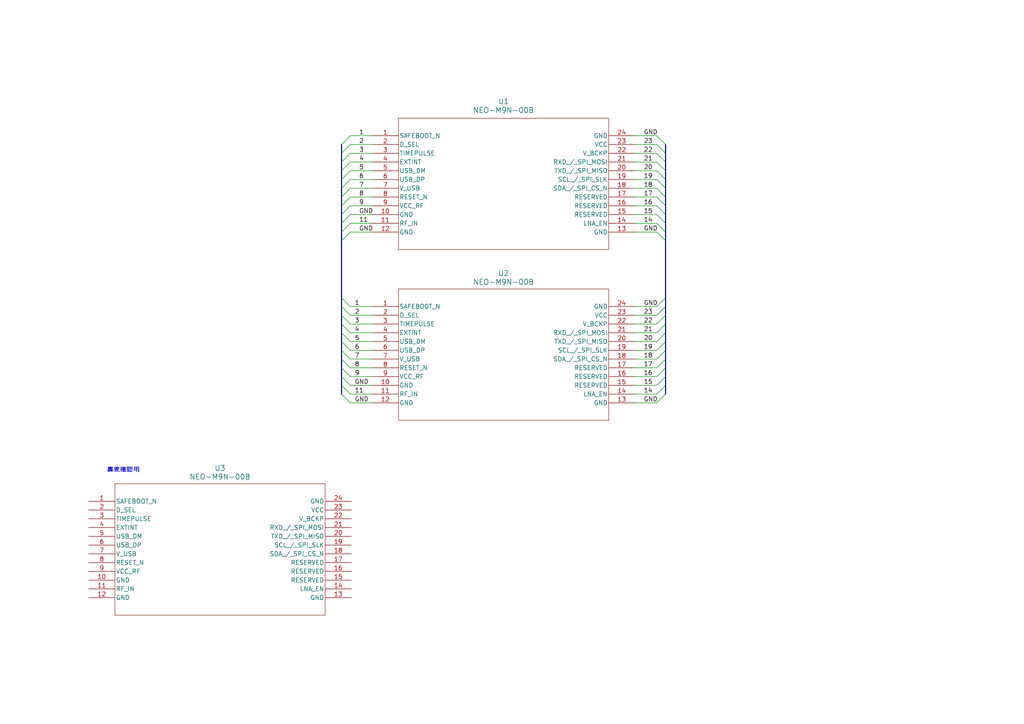
<source format=kicad_sch>
(kicad_sch (version 20231120) (generator "eeschema") (generator_version "8.0")
  (paper "A4")
  (lib_symbols
    (symbol "WOBCLibrary:NEO-M9N-00B" (pin_names (offset 0.254))
      (property "Reference" "U" (at 38.1 10.16 0))
      (property "Value" "NEO-M9N-00B" (at 38.1 7.62 0))
      (symbol "NEO-M9N-00B_0_1"
        (polyline (pts (xy 7.62 -33.02) (xy 68.58 -33.02)) (stroke (width 0.127)))
        (polyline (pts (xy 7.62 5.08) (xy 7.62 -33.02)) (stroke (width 0.127)))
        (polyline (pts (xy 68.58 -33.02) (xy 68.58 5.08)) (stroke (width 0.127)))
        (polyline (pts (xy 68.58 5.08) (xy 7.62 5.08)) (stroke (width 0.127)))
        (pin unspecified line (at 0 0 0) (length 7.62) (name "SAFEBOOT_N") (number "1"))
        (pin power_out line (at 0 -22.86 0) (length 7.62) (name "GND") (number "10"))
        (pin unspecified line (at 0 -25.4 0) (length 7.62) (name "RF_IN") (number "11"))
        (pin power_out line (at 0 -27.94 0) (length 7.62) (name "GND") (number "12"))
        (pin power_out line (at 76.2 -27.94 180) (length 7.62) (name "GND") (number "13"))
        (pin unspecified line (at 76.2 -25.4 180) (length 7.62) (name "LNA_EN") (number "14"))
        (pin unspecified line (at 76.2 -22.86 180) (length 7.62) (name "RESERVED") (number "15"))
        (pin unspecified line (at 76.2 -20.32 180) (length 7.62) (name "RESERVED") (number "16"))
        (pin unspecified line (at 76.2 -17.78 180) (length 7.62) (name "RESERVED") (number "17"))
        (pin unspecified line (at 76.2 -15.24 180) (length 7.62) (name "SDA_/_SPI_CS_N") (number "18"))
        (pin unspecified line (at 76.2 -12.7 180) (length 7.62) (name "SCL_/_SPI_SLK") (number "19"))
        (pin unspecified line (at 0 -2.54 0) (length 7.62) (name "D_SEL") (number "2"))
        (pin unspecified line (at 76.2 -10.16 180) (length 7.62) (name "TXD_/_SPI_MISO") (number "20"))
        (pin unspecified line (at 76.2 -7.62 180) (length 7.62) (name "RXD_/_SPI_MOSI") (number "21"))
        (pin unspecified line (at 76.2 -5.08 180) (length 7.62) (name "V_BCKP") (number "22"))
        (pin power_in line (at 76.2 -2.54 180) (length 7.62) (name "VCC") (number "23"))
        (pin power_out line (at 76.2 0 180) (length 7.62) (name "GND") (number "24"))
        (pin unspecified line (at 0 -5.08 0) (length 7.62) (name "TIMEPULSE") (number "3"))
        (pin unspecified line (at 0 -7.62 0) (length 7.62) (name "EXTINT") (number "4"))
        (pin unspecified line (at 0 -10.16 0) (length 7.62) (name "USB_DM") (number "5"))
        (pin unspecified line (at 0 -12.7 0) (length 7.62) (name "USB_DP") (number "6"))
        (pin unspecified line (at 0 -15.24 0) (length 7.62) (name "V_USB") (number "7"))
        (pin unspecified line (at 0 -17.78 0) (length 7.62) (name "RESET_N") (number "8"))
        (pin power_in line (at 0 -20.32 0) (length 7.62) (name "VCC_RF") (number "9"))
      )
    )
  )
  (bus_entry (at 101.6 91.44) (size -2.54 -2.54))
  (bus_entry (at 190.5 116.84) (size 2.54 -2.54))
  (bus_entry (at 190.5 41.91) (size 2.54 2.54))
  (bus_entry (at 190.5 64.77) (size 2.54 2.54))
  (bus_entry (at 190.5 46.99) (size 2.54 2.54))
  (bus_entry (at 190.5 96.52) (size 2.54 -2.54))
  (bus_entry (at 101.6 64.77) (size -2.54 2.54))
  (bus_entry (at 101.6 109.22) (size -2.54 -2.54))
  (bus_entry (at 101.6 104.14) (size -2.54 -2.54))
  (bus_entry (at 101.6 41.91) (size -2.54 2.54))
  (bus_entry (at 101.6 114.3) (size -2.54 -2.54))
  (bus_entry (at 101.6 67.31) (size -2.54 2.54))
  (bus_entry (at 101.6 62.23) (size -2.54 2.54))
  (bus_entry (at 190.5 59.69) (size 2.54 2.54))
  (bus_entry (at 190.5 54.61) (size 2.54 2.54))
  (bus_entry (at 190.5 44.45) (size 2.54 2.54))
  (bus_entry (at 190.5 57.15) (size 2.54 2.54))
  (bus_entry (at 190.5 101.6) (size 2.54 -2.54))
  (bus_entry (at 101.6 101.6) (size -2.54 -2.54))
  (bus_entry (at 190.5 104.14) (size 2.54 -2.54))
  (bus_entry (at 101.6 88.9) (size -2.54 -2.54))
  (bus_entry (at 190.5 88.9) (size 2.54 -2.54))
  (bus_entry (at 101.6 54.61) (size -2.54 2.54))
  (bus_entry (at 190.5 91.44) (size 2.54 -2.54))
  (bus_entry (at 101.6 106.68) (size -2.54 -2.54))
  (bus_entry (at 101.6 39.37) (size -2.54 2.54))
  (bus_entry (at 101.6 116.84) (size -2.54 -2.54))
  (bus_entry (at 190.5 39.37) (size 2.54 2.54))
  (bus_entry (at 101.6 49.53) (size -2.54 2.54))
  (bus_entry (at 190.5 93.98) (size 2.54 -2.54))
  (bus_entry (at 190.5 49.53) (size 2.54 2.54))
  (bus_entry (at 190.5 99.06) (size 2.54 -2.54))
  (bus_entry (at 190.5 67.31) (size 2.54 2.54))
  (bus_entry (at 101.6 57.15) (size -2.54 2.54))
  (bus_entry (at 101.6 59.69) (size -2.54 2.54))
  (bus_entry (at 190.5 109.22) (size 2.54 -2.54))
  (bus_entry (at 101.6 93.98) (size -2.54 -2.54))
  (bus_entry (at 101.6 52.07) (size -2.54 2.54))
  (bus_entry (at 101.6 46.99) (size -2.54 2.54))
  (bus_entry (at 101.6 99.06) (size -2.54 -2.54))
  (bus_entry (at 190.5 52.07) (size 2.54 2.54))
  (bus_entry (at 101.6 96.52) (size -2.54 -2.54))
  (bus_entry (at 101.6 44.45) (size -2.54 2.54))
  (bus_entry (at 190.5 114.3) (size 2.54 -2.54))
  (bus_entry (at 101.6 111.76) (size -2.54 -2.54))
  (bus_entry (at 190.5 111.76) (size 2.54 -2.54))
  (bus_entry (at 190.5 62.23) (size 2.54 2.54))
  (bus_entry (at 190.5 106.68) (size 2.54 -2.54))
  (wire (pts (xy 184.15 59.69) (xy 190.5 59.69)))
  (bus (pts (xy 99.06 99.06) (xy 99.06 101.6)))
  (wire (pts (xy 101.6 49.53) (xy 107.95 49.53)))
  (bus (pts (xy 193.04 64.77) (xy 193.04 67.31)))
  (wire (pts (xy 101.6 114.3) (xy 107.95 114.3)))
  (wire (pts (xy 184.15 91.44) (xy 190.5 91.44)))
  (wire (pts (xy 184.15 114.3) (xy 190.5 114.3)))
  (wire (pts (xy 184.15 109.22) (xy 190.5 109.22)))
  (wire (pts (xy 101.6 88.9) (xy 107.95 88.9)))
  (wire (pts (xy 101.6 101.6) (xy 107.95 101.6)))
  (bus (pts (xy 99.06 59.69) (xy 99.06 62.23)))
  (bus (pts (xy 193.04 109.22) (xy 193.04 111.76)))
  (bus (pts (xy 193.04 96.52) (xy 193.04 99.06)))
  (bus (pts (xy 99.06 64.77) (xy 99.06 67.31)))
  (bus (pts (xy 193.04 44.45) (xy 193.04 46.99)))
  (bus (pts (xy 99.06 104.14) (xy 99.06 106.68)))
  (wire (pts (xy 101.6 99.06) (xy 107.95 99.06)))
  (wire (pts (xy 184.15 99.06) (xy 190.5 99.06)))
  (wire (pts (xy 184.15 101.6) (xy 190.5 101.6)))
  (wire (pts (xy 101.6 106.68) (xy 107.95 106.68)))
  (wire (pts (xy 101.6 67.31) (xy 107.95 67.31)))
  (bus (pts (xy 99.06 67.31) (xy 99.06 69.85)))
  (wire (pts (xy 184.15 104.14) (xy 190.5 104.14)))
  (wire (pts (xy 107.95 39.37) (xy 101.6 39.37)))
  (bus (pts (xy 99.06 86.36) (xy 99.06 88.9)))
  (bus (pts (xy 193.04 54.61) (xy 193.04 57.15)))
  (bus (pts (xy 99.06 88.9) (xy 99.06 91.44)))
  (wire (pts (xy 101.6 93.98) (xy 107.95 93.98)))
  (bus (pts (xy 99.06 41.91) (xy 99.06 44.45)))
  (bus (pts (xy 193.04 62.23) (xy 193.04 64.77)))
  (bus (pts (xy 193.04 86.36) (xy 193.04 88.9)))
  (wire (pts (xy 184.15 64.77) (xy 190.5 64.77)))
  (wire (pts (xy 184.15 111.76) (xy 190.5 111.76)))
  (bus (pts (xy 99.06 54.61) (xy 99.06 57.15)))
  (bus (pts (xy 99.06 93.98) (xy 99.06 96.52)))
  (wire (pts (xy 184.15 93.98) (xy 190.5 93.98)))
  (bus (pts (xy 193.04 41.91) (xy 193.04 44.45)))
  (wire (pts (xy 184.15 54.61) (xy 190.5 54.61)))
  (bus (pts (xy 99.06 106.68) (xy 99.06 109.22)))
  (bus (pts (xy 193.04 88.9) (xy 193.04 91.44)))
  (bus (pts (xy 99.06 109.22) (xy 99.06 111.76)))
  (wire (pts (xy 184.15 52.07) (xy 190.5 52.07)))
  (bus (pts (xy 193.04 69.85) (xy 193.04 86.36)))
  (wire (pts (xy 184.15 41.91) (xy 190.5 41.91)))
  (bus (pts (xy 99.06 49.53) (xy 99.06 52.07)))
  (bus (pts (xy 193.04 49.53) (xy 193.04 52.07)))
  (wire (pts (xy 101.6 109.22) (xy 107.95 109.22)))
  (bus (pts (xy 193.04 46.99) (xy 193.04 49.53)))
  (bus (pts (xy 99.06 69.85) (xy 99.06 86.36)))
  (wire (pts (xy 101.6 96.52) (xy 107.95 96.52)))
  (wire (pts (xy 184.15 96.52) (xy 190.5 96.52)))
  (wire (pts (xy 101.6 111.76) (xy 107.95 111.76)))
  (wire (pts (xy 101.6 104.14) (xy 107.95 104.14)))
  (wire (pts (xy 101.6 59.69) (xy 107.95 59.69)))
  (wire (pts (xy 101.6 52.07) (xy 107.95 52.07)))
  (bus (pts (xy 193.04 99.06) (xy 193.04 101.6)))
  (wire (pts (xy 101.6 57.15) (xy 107.95 57.15)))
  (wire (pts (xy 184.15 116.84) (xy 190.5 116.84)))
  (wire (pts (xy 184.15 57.15) (xy 190.5 57.15)))
  (bus (pts (xy 99.06 44.45) (xy 99.06 46.99)))
  (bus (pts (xy 193.04 104.14) (xy 193.04 106.68)))
  (wire (pts (xy 101.6 91.44) (xy 107.95 91.44)))
  (wire (pts (xy 184.15 44.45) (xy 190.5 44.45)))
  (wire (pts (xy 184.15 88.9) (xy 190.5 88.9)))
  (wire (pts (xy 101.6 41.91) (xy 107.95 41.91)))
  (bus (pts (xy 193.04 52.07) (xy 193.04 54.61)))
  (wire (pts (xy 184.15 106.68) (xy 190.5 106.68)))
  (bus (pts (xy 99.06 101.6) (xy 99.06 104.14)))
  (bus (pts (xy 193.04 101.6) (xy 193.04 104.14)))
  (bus (pts (xy 99.06 52.07) (xy 99.06 54.61)))
  (bus (pts (xy 99.06 57.15) (xy 99.06 59.69)))
  (wire (pts (xy 101.6 62.23) (xy 107.95 62.23)))
  (bus (pts (xy 193.04 91.44) (xy 193.04 93.98)))
  (bus (pts (xy 193.04 59.69) (xy 193.04 62.23)))
  (wire (pts (xy 184.15 46.99) (xy 190.5 46.99)))
  (wire (pts (xy 184.15 49.53) (xy 190.5 49.53)))
  (wire (pts (xy 101.6 44.45) (xy 107.95 44.45)))
  (bus (pts (xy 99.06 96.52) (xy 99.06 99.06)))
  (wire (pts (xy 101.6 116.84) (xy 107.95 116.84)))
  (bus (pts (xy 193.04 57.15) (xy 193.04 59.69)))
  (bus (pts (xy 99.06 46.99) (xy 99.06 49.53)))
  (wire (pts (xy 184.15 62.23) (xy 190.5 62.23)))
  (bus (pts (xy 99.06 111.76) (xy 99.06 114.3)))
  (bus (pts (xy 99.06 62.23) (xy 99.06 64.77)))
  (wire (pts (xy 184.15 39.37) (xy 190.5 39.37)))
  (wire (pts (xy 101.6 54.61) (xy 107.95 54.61)))
  (bus (pts (xy 193.04 67.31) (xy 193.04 69.85)))
  (bus (pts (xy 193.04 93.98) (xy 193.04 96.52)))
  (bus (pts (xy 99.06 91.44) (xy 99.06 93.98)))
  (wire (pts (xy 101.6 46.99) (xy 107.95 46.99)))
  (wire (pts (xy 184.15 67.31) (xy 190.5 67.31)))
  (bus (pts (xy 193.04 111.76) (xy 193.04 114.3)))
  (bus (pts (xy 193.04 106.68) (xy 193.04 109.22)))
  (wire (pts (xy 101.6 64.77) (xy 107.95 64.77)))
  (text "裏表確認用" (at 35.7668 136.4635 0) (effects (font (size 1.27 1.27))))
  (label "15" (at 186.69 111.76 0))
  (label "GND" (at 104.14 62.23 0))
  (label "GND" (at 186.69 67.31 0))
  (label "9" (at 104.14 59.69 0))
  (label "GND" (at 104.14 67.31 0))
  (label "17" (at 186.69 106.68 0))
  (label "3" (at 104.14 44.45 0))
  (label "21" (at 186.69 96.52 0))
  (label "6" (at 104.14 52.07 0))
  (label "19" (at 186.69 101.6 0))
  (label "14" (at 186.69 64.77 0))
  (label "9" (at 102.87 109.22 0))
  (label "21" (at 186.69 46.99 0))
  (label "8" (at 102.87 106.68 0))
  (label "GND" (at 102.87 116.84 0))
  (label "3" (at 102.87 93.98 0))
  (label "4" (at 104.14 46.99 0))
  (label "GND" (at 186.69 39.37 0))
  (label "1" (at 102.87 88.9 0))
  (label "GND" (at 186.69 88.9 0))
  (label "22" (at 186.69 93.98 0))
  (label "16" (at 186.69 109.22 0))
  (label "11" (at 104.14 64.77 0))
  (label "15" (at 186.69 62.23 0))
  (label "23" (at 186.69 41.91 0))
  (label "16" (at 186.69 59.69 0))
  (label "6" (at 102.87 101.6 0))
  (label "19" (at 186.69 52.07 0))
  (label "5" (at 102.87 99.06 0))
  (label "2" (at 104.14 41.91 0))
  (label "20" (at 186.69 99.06 0))
  (label "18" (at 186.69 54.61 0))
  (label "GND" (at 186.69 116.84 0))
  (label "22" (at 186.69 44.45 0))
  (label "2" (at 102.87 91.44 0))
  (label "17" (at 186.69 57.15 0))
  (label "1" (at 104.14 39.37 0))
  (label "11" (at 102.87 114.3 0))
  (label "23" (at 186.69 91.44 0))
  (label "7" (at 104.14 54.61 0))
  (label "8" (at 104.14 57.15 0))
  (label "14" (at 186.69 114.3 0))
  (label "7" (at 102.87 104.14 0))
  (label "18" (at 186.69 104.14 0))
  (label "20" (at 186.69 49.53 0))
  (label "5" (at 104.14 49.53 0))
  (label "4" (at 102.87 96.52 0))
  (label "GND" (at 102.87 111.76 0))
  (symbol (lib_id "WOBCLibrary:NEO-M9N-00B") (at 107.95 88.9 0) (unit 1)
    (property "Reference" "U2" (at 146.05 79.2521 0) (effects (font (size 1.524 1.524))))
    (property "Value" "NEO-M9N-00B" (at 146.05 81.7921 0) (effects (font (size 1.524 1.524))))
    (property "Footprint" "WOBCLibrary:SMT_9N-00B_UBL" (effects (hide yes)))
    (property "Datasheet" "NEO-M9N-00B" (effects (hide yes)))
  )
  (symbol (lib_id "WOBCLibrary:NEO-M9N-00B") (at 25.7147 145.3987 0) (unit 1) (on_board no)
    (property "Reference" "U3" (at 63.8147 135.7508 0) (effects (font (size 1.524 1.524))))
    (property "Value" "NEO-M9N-00B" (at 63.8147 138.2908 0) (effects (font (size 1.524 1.524))))
    (property "Footprint" "WOBCLibrary:SMT_9N-00B_UBL" (effects (hide yes)))
    (property "Datasheet" "NEO-M9N-00B" (effects (hide yes)))
  )
  (symbol (lib_id "WOBCLibrary:NEO-M9N-00B") (at 107.95 39.37 0) (unit 1)
    (property "Reference" "U1" (at 146.05 29.4206 0) (effects (font (size 1.524 1.524))))
    (property "Value" "NEO-M9N-00B" (at 146.05 31.9606 0) (effects (font (size 1.524 1.524))))
    (property "Footprint" "WOBCLibrary:ATGM332D-5N31" (effects (hide yes)))
    (property "Datasheet" "NEO-M9N-00B" (effects (hide yes)))
  )
)
</source>
